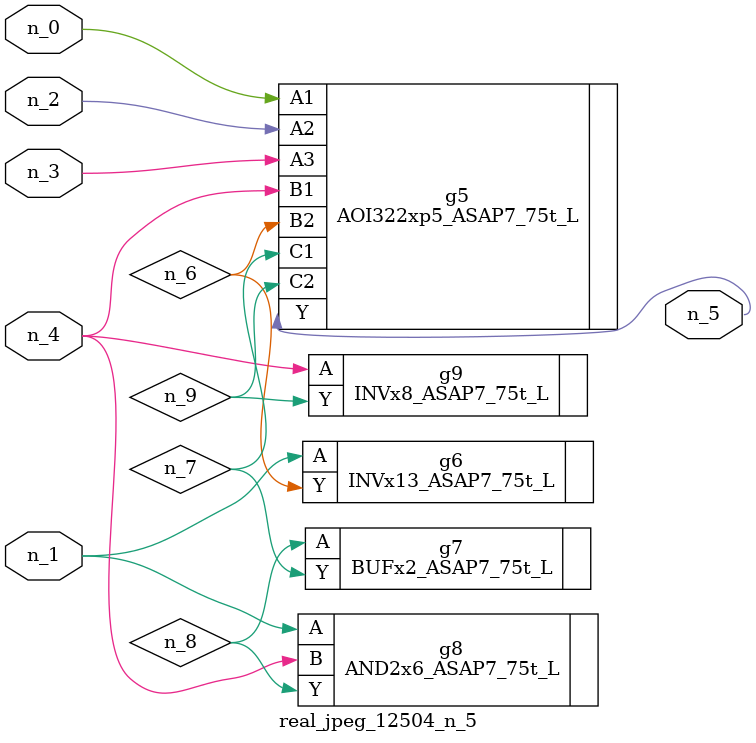
<source format=v>
module real_jpeg_12504_n_5 (n_4, n_0, n_1, n_2, n_3, n_5);

input n_4;
input n_0;
input n_1;
input n_2;
input n_3;

output n_5;

wire n_8;
wire n_6;
wire n_7;
wire n_9;

AOI322xp5_ASAP7_75t_L g5 ( 
.A1(n_0),
.A2(n_2),
.A3(n_3),
.B1(n_4),
.B2(n_6),
.C1(n_7),
.C2(n_9),
.Y(n_5)
);

INVx13_ASAP7_75t_L g6 ( 
.A(n_1),
.Y(n_6)
);

AND2x6_ASAP7_75t_L g8 ( 
.A(n_1),
.B(n_4),
.Y(n_8)
);

INVx8_ASAP7_75t_L g9 ( 
.A(n_4),
.Y(n_9)
);

BUFx2_ASAP7_75t_L g7 ( 
.A(n_8),
.Y(n_7)
);


endmodule
</source>
